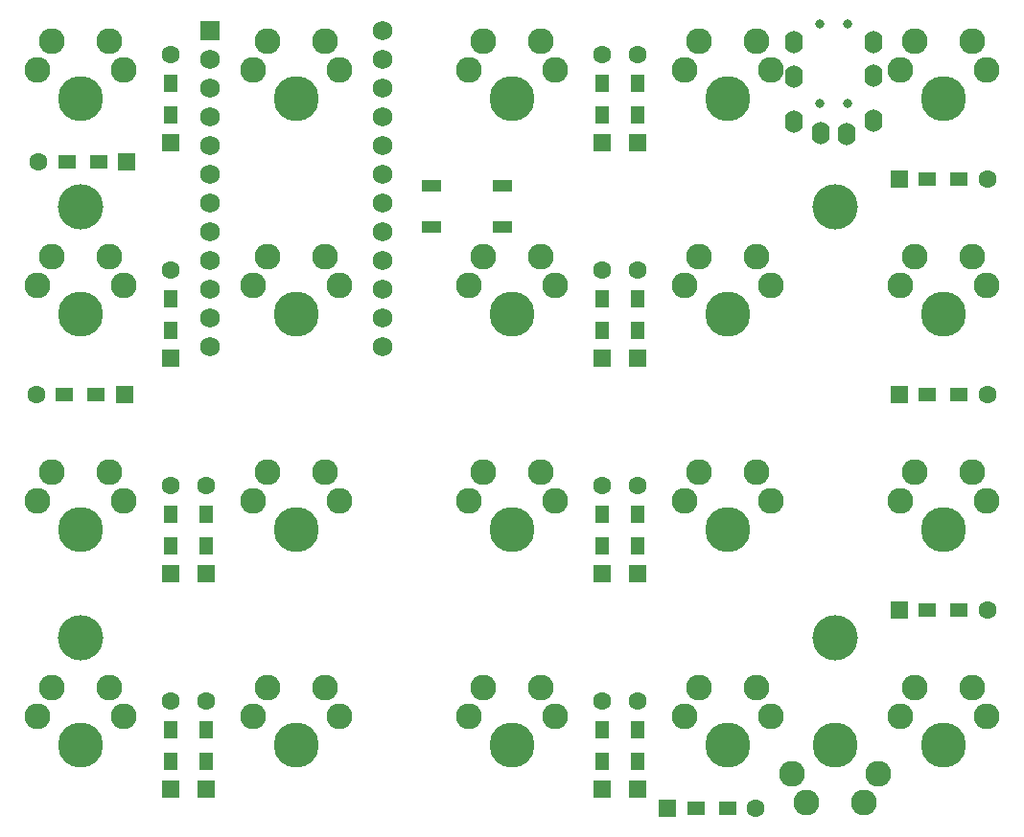
<source format=gbr>
%TF.GenerationSoftware,KiCad,Pcbnew,5.99.0-1.20211029git63d4d84.fc34*%
%TF.CreationDate,2021-10-30T18:32:49+11:00*%
%TF.ProjectId,peppermint,70657070-6572-46d6-996e-742e6b696361,rev?*%
%TF.SameCoordinates,Original*%
%TF.FileFunction,Soldermask,Bot*%
%TF.FilePolarity,Negative*%
%FSLAX46Y46*%
G04 Gerber Fmt 4.6, Leading zero omitted, Abs format (unit mm)*
G04 Created by KiCad (PCBNEW 5.99.0-1.20211029git63d4d84.fc34) date 2021-10-30 18:32:49*
%MOMM*%
%LPD*%
G01*
G04 APERTURE LIST*
%ADD10C,0.800000*%
%ADD11O,1.600000X2.000000*%
%ADD12C,3.987800*%
%ADD13C,2.286000*%
%ADD14C,4.000000*%
%ADD15R,1.752600X1.752600*%
%ADD16C,1.752600*%
%ADD17R,1.200000X1.600000*%
%ADD18R,1.600000X1.600000*%
%ADD19C,1.600000*%
%ADD20R,1.800000X1.100000*%
%ADD21R,1.600000X1.200000*%
G04 APERTURE END LIST*
D10*
%TO.C,U2*%
X108980000Y-65467500D03*
X108980000Y-58467500D03*
D11*
X106680000Y-68167500D03*
X111280000Y-67067500D03*
X111280000Y-63067500D03*
X111280000Y-60067500D03*
%TD*%
D12*
%TO.C,MX20*%
X117475000Y-122237500D03*
D13*
X113665000Y-119697500D03*
X114935000Y-117157500D03*
X121285000Y-119697500D03*
X120015000Y-117157500D03*
%TD*%
D12*
%TO.C,MX16*%
X98425000Y-122237500D03*
D13*
X95885000Y-117157500D03*
X94615000Y-119697500D03*
X100965000Y-117157500D03*
X102235000Y-119697500D03*
%TD*%
D14*
%TO.C,H2*%
X107950000Y-112712500D03*
%TD*%
D12*
%TO.C,MX15*%
X98425000Y-103187500D03*
D13*
X94615000Y-100647500D03*
X95885000Y-98107500D03*
X102235000Y-100647500D03*
X100965000Y-98107500D03*
%TD*%
D12*
%TO.C,MX19*%
X117475000Y-103187500D03*
D13*
X113665000Y-100647500D03*
X114935000Y-98107500D03*
X120015000Y-98107500D03*
X121285000Y-100647500D03*
%TD*%
D12*
%TO.C,MX2*%
X41275000Y-84137500D03*
D13*
X38735000Y-79057500D03*
X37465000Y-81597500D03*
X43815000Y-79057500D03*
X45085000Y-81597500D03*
%TD*%
D14*
%TO.C,H4*%
X107950000Y-74612500D03*
%TD*%
D12*
%TO.C,MX11*%
X79375000Y-103187500D03*
D13*
X75565000Y-100647500D03*
X76835000Y-98107500D03*
X83185000Y-100647500D03*
X81915000Y-98107500D03*
%TD*%
D14*
%TO.C,H3*%
X41275000Y-112712500D03*
%TD*%
D12*
%TO.C,MX3*%
X41275000Y-103187500D03*
D13*
X37465000Y-100647500D03*
X38735000Y-98107500D03*
X43815000Y-98107500D03*
X45085000Y-100647500D03*
%TD*%
D12*
%TO.C,MX4*%
X41275000Y-122237500D03*
D13*
X38735000Y-117157500D03*
X37465000Y-119697500D03*
X45085000Y-119697500D03*
X43815000Y-117157500D03*
%TD*%
D12*
%TO.C,MX14*%
X98425000Y-84137500D03*
D13*
X95885000Y-79057500D03*
X94615000Y-81597500D03*
X100965000Y-79057500D03*
X102235000Y-81597500D03*
%TD*%
D12*
%TO.C,MX17*%
X117475000Y-65087500D03*
D13*
X113665000Y-62547500D03*
X114935000Y-60007500D03*
X121285000Y-62547500D03*
X120015000Y-60007500D03*
%TD*%
D12*
%TO.C,MX9*%
X79375000Y-65087500D03*
D13*
X75565000Y-62547500D03*
X76835000Y-60007500D03*
X81915000Y-60007500D03*
X83185000Y-62547500D03*
%TD*%
D12*
%TO.C,MX12*%
X79375000Y-122237500D03*
D13*
X75565000Y-119697500D03*
X76835000Y-117157500D03*
X81915000Y-117157500D03*
X83185000Y-119697500D03*
%TD*%
D12*
%TO.C,MX8*%
X60325000Y-122237500D03*
D13*
X56515000Y-119697500D03*
X57785000Y-117157500D03*
X62865000Y-117157500D03*
X64135000Y-119697500D03*
%TD*%
D12*
%TO.C,MX6*%
X60325000Y-84137500D03*
D13*
X57785000Y-79057500D03*
X56515000Y-81597500D03*
X64135000Y-81597500D03*
X62865000Y-79057500D03*
%TD*%
D12*
%TO.C,MX10*%
X79375000Y-84137500D03*
D13*
X76835000Y-79057500D03*
X75565000Y-81597500D03*
X81915000Y-79057500D03*
X83185000Y-81597500D03*
%TD*%
D12*
%TO.C,MX5*%
X60325000Y-65087500D03*
D13*
X56515000Y-62547500D03*
X57785000Y-60007500D03*
X62865000Y-60007500D03*
X64135000Y-62547500D03*
%TD*%
D12*
%TO.C,MX18*%
X117475000Y-84137500D03*
D13*
X114935000Y-79057500D03*
X113665000Y-81597500D03*
X120015000Y-79057500D03*
X121285000Y-81597500D03*
%TD*%
D12*
%TO.C,MX7*%
X60325000Y-103187500D03*
D13*
X56515000Y-100647500D03*
X57785000Y-98107500D03*
X62865000Y-98107500D03*
X64135000Y-100647500D03*
%TD*%
D12*
%TO.C,MX1*%
X41275000Y-65087500D03*
D13*
X38735000Y-60007500D03*
X37465000Y-62547500D03*
X45085000Y-62547500D03*
X43815000Y-60007500D03*
%TD*%
D12*
%TO.C,MX21*%
X107950000Y-122237500D03*
D13*
X110490000Y-127317500D03*
X111760000Y-124777500D03*
X105410000Y-127317500D03*
X104140000Y-124777500D03*
%TD*%
D15*
%TO.C,U1*%
X52705000Y-59055000D03*
D16*
X52705000Y-61595000D03*
X52705000Y-64135000D03*
X52705000Y-66675000D03*
X52705000Y-69215000D03*
X52705000Y-71755000D03*
X52705000Y-74295000D03*
X52705000Y-76835000D03*
X52705000Y-79375000D03*
X52705000Y-81915000D03*
X52705000Y-84455000D03*
X52705000Y-86995000D03*
X67945000Y-86995000D03*
X67945000Y-84455000D03*
X67945000Y-81915000D03*
X67945000Y-79375000D03*
X67945000Y-76835000D03*
X67945000Y-74295000D03*
X67945000Y-71755000D03*
X67945000Y-69215000D03*
X67945000Y-66675000D03*
X67945000Y-64135000D03*
X67945000Y-61595000D03*
X67945000Y-59055000D03*
%TD*%
D14*
%TO.C,H1*%
X41275000Y-74612500D03*
%TD*%
D12*
%TO.C,MX13*%
X98425000Y-65087500D03*
D13*
X94615000Y-62547500D03*
X95885000Y-60007500D03*
X100965000Y-60007500D03*
X102235000Y-62547500D03*
%TD*%
D10*
%TO.C,U3*%
X106598750Y-58517500D03*
X106598750Y-65517500D03*
D11*
X108898750Y-68217500D03*
X104298750Y-67117500D03*
X104298750Y-63117500D03*
X104298750Y-60117500D03*
%TD*%
D17*
%TO.C,D4*%
X49212500Y-123637500D03*
D18*
X49212500Y-126137500D03*
D19*
X49212500Y-118337500D03*
D17*
X49212500Y-120837500D03*
%TD*%
D20*
%TO.C,SW1*%
X72306250Y-72762500D03*
X78506250Y-72762500D03*
X78506250Y-76462500D03*
X72306250Y-76462500D03*
%TD*%
D18*
%TO.C,D5*%
X49212500Y-68987500D03*
D17*
X49212500Y-66487500D03*
D19*
X49212500Y-61187500D03*
D17*
X49212500Y-63687500D03*
%TD*%
D18*
%TO.C,D8*%
X52387500Y-126137500D03*
D17*
X52387500Y-123637500D03*
X52387500Y-120837500D03*
D19*
X52387500Y-118337500D03*
%TD*%
D18*
%TO.C,D12*%
X87312500Y-126137500D03*
D17*
X87312500Y-123637500D03*
D19*
X87312500Y-118337500D03*
D17*
X87312500Y-120837500D03*
%TD*%
D18*
%TO.C,D7*%
X52387500Y-107087500D03*
D17*
X52387500Y-104587500D03*
D19*
X52387500Y-99287500D03*
D17*
X52387500Y-101787500D03*
%TD*%
D21*
%TO.C,D20*%
X95625000Y-127793750D03*
D18*
X93125000Y-127793750D03*
D19*
X100925000Y-127793750D03*
D21*
X98425000Y-127793750D03*
%TD*%
D17*
%TO.C,D9*%
X87312500Y-66487500D03*
D18*
X87312500Y-68987500D03*
D17*
X87312500Y-63687500D03*
D19*
X87312500Y-61187500D03*
%TD*%
D18*
%TO.C,D10*%
X87312500Y-88037500D03*
D17*
X87312500Y-85537500D03*
X87312500Y-82737500D03*
D19*
X87312500Y-80237500D03*
%TD*%
D18*
%TO.C,D3*%
X49212500Y-107087500D03*
D17*
X49212500Y-104587500D03*
X49212500Y-101787500D03*
D19*
X49212500Y-99287500D03*
%TD*%
D18*
%TO.C,D16*%
X90487500Y-126137500D03*
D17*
X90487500Y-123637500D03*
D19*
X90487500Y-118337500D03*
D17*
X90487500Y-120837500D03*
%TD*%
D18*
%TO.C,D6*%
X49212500Y-88037500D03*
D17*
X49212500Y-85537500D03*
X49212500Y-82737500D03*
D19*
X49212500Y-80237500D03*
%TD*%
D17*
%TO.C,D14*%
X90487500Y-85537500D03*
D18*
X90487500Y-88037500D03*
D19*
X90487500Y-80237500D03*
D17*
X90487500Y-82737500D03*
%TD*%
D18*
%TO.C,D18*%
X113575000Y-91281250D03*
D21*
X116075000Y-91281250D03*
D19*
X121375000Y-91281250D03*
D21*
X118875000Y-91281250D03*
%TD*%
D18*
%TO.C,D19*%
X113575000Y-110331250D03*
D21*
X116075000Y-110331250D03*
X118875000Y-110331250D03*
D19*
X121375000Y-110331250D03*
%TD*%
D21*
%TO.C,D17*%
X116075000Y-72231250D03*
D18*
X113575000Y-72231250D03*
D21*
X118875000Y-72231250D03*
D19*
X121375000Y-72231250D03*
%TD*%
D17*
%TO.C,D11*%
X87312500Y-104587500D03*
D18*
X87312500Y-107087500D03*
D17*
X87312500Y-101787500D03*
D19*
X87312500Y-99287500D03*
%TD*%
D17*
%TO.C,D15*%
X90487500Y-104587500D03*
D18*
X90487500Y-107087500D03*
D17*
X90487500Y-101787500D03*
D19*
X90487500Y-99287500D03*
%TD*%
D18*
%TO.C,D1*%
X45362500Y-70643750D03*
D21*
X42862500Y-70643750D03*
X40062500Y-70643750D03*
D19*
X37562500Y-70643750D03*
%TD*%
D21*
%TO.C,D2*%
X42675000Y-91281250D03*
D18*
X45175000Y-91281250D03*
D21*
X39875000Y-91281250D03*
D19*
X37375000Y-91281250D03*
%TD*%
D17*
%TO.C,D13*%
X90487500Y-66487500D03*
D18*
X90487500Y-68987500D03*
D17*
X90487500Y-63687500D03*
D19*
X90487500Y-61187500D03*
%TD*%
M02*

</source>
